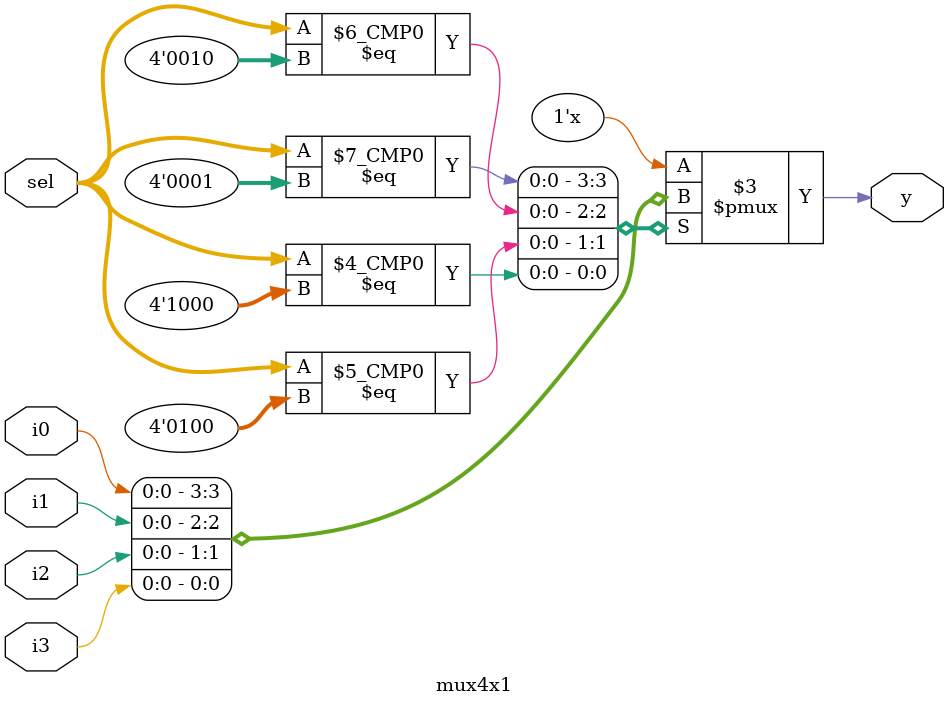
<source format=v>
module mux4x1 (input i0, i1, i2, i3, 
        	   input [3:0]sel, 
               output reg y); 
  
  always @ (*) begin 
    case(sel)
      4'b0001: y = i0; 
      4'b0010: y = i1; 
      4'b0100: y = i2; 
      4'b1000: y = i3; 
      default: y = 1'bx;
    endcase
  end
endmodule 

</source>
